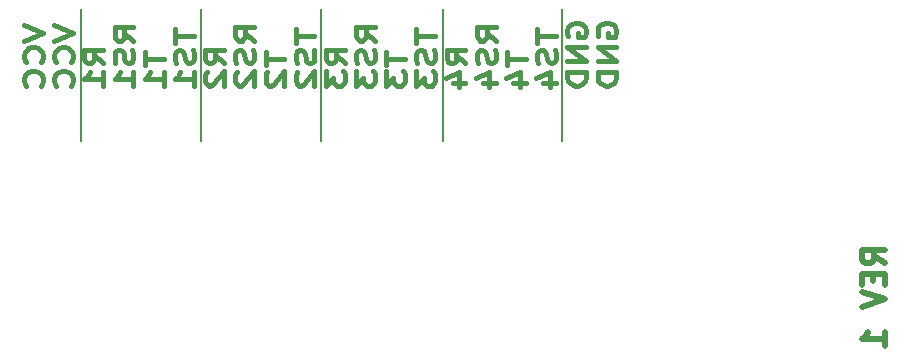
<source format=gbo>
%TF.GenerationSoftware,KiCad,Pcbnew,(6.0.1)*%
%TF.CreationDate,2022-10-05T11:56:28-04:00*%
%TF.ProjectId,MOD-SCF-JACKS,4d4f442d-5343-4462-9d4a-41434b532e6b,rev?*%
%TF.SameCoordinates,Original*%
%TF.FileFunction,Legend,Bot*%
%TF.FilePolarity,Positive*%
%FSLAX46Y46*%
G04 Gerber Fmt 4.6, Leading zero omitted, Abs format (unit mm)*
G04 Created by KiCad (PCBNEW (6.0.1)) date 2022-10-05 11:56:28*
%MOMM*%
%LPD*%
G01*
G04 APERTURE LIST*
%ADD10C,0.150000*%
%ADD11C,0.396875*%
%ADD12C,0.500000*%
G04 APERTURE END LIST*
D10*
X160324800Y-41046400D02*
X160324800Y-52222400D01*
X150266400Y-41046400D02*
X150266400Y-52222400D01*
X139954000Y-41046400D02*
X139954000Y-52222400D01*
X129794000Y-40995600D02*
X129794000Y-52171600D01*
X119634000Y-40995600D02*
X119634000Y-52171600D01*
D11*
X114803842Y-42351221D02*
X116391342Y-43017888D01*
X114803842Y-43684555D01*
X116240152Y-45494078D02*
X116315747Y-45398840D01*
X116391342Y-45113126D01*
X116391342Y-44922650D01*
X116315747Y-44636936D01*
X116164557Y-44446459D01*
X116013366Y-44351221D01*
X115710985Y-44255983D01*
X115484199Y-44255983D01*
X115181818Y-44351221D01*
X115030628Y-44446459D01*
X114879438Y-44636936D01*
X114803842Y-44922650D01*
X114803842Y-45113126D01*
X114879438Y-45398840D01*
X114955033Y-45494078D01*
X116240152Y-47494078D02*
X116315747Y-47398840D01*
X116391342Y-47113126D01*
X116391342Y-46922650D01*
X116315747Y-46636936D01*
X116164557Y-46446459D01*
X116013366Y-46351221D01*
X115710985Y-46255983D01*
X115484199Y-46255983D01*
X115181818Y-46351221D01*
X115030628Y-46446459D01*
X114879438Y-46636936D01*
X114803842Y-46922650D01*
X114803842Y-47113126D01*
X114879438Y-47398840D01*
X114955033Y-47494078D01*
X117359717Y-42351221D02*
X118947217Y-43017888D01*
X117359717Y-43684555D01*
X118796027Y-45494078D02*
X118871622Y-45398840D01*
X118947217Y-45113126D01*
X118947217Y-44922650D01*
X118871622Y-44636936D01*
X118720432Y-44446459D01*
X118569241Y-44351221D01*
X118266860Y-44255983D01*
X118040074Y-44255983D01*
X117737693Y-44351221D01*
X117586503Y-44446459D01*
X117435313Y-44636936D01*
X117359717Y-44922650D01*
X117359717Y-45113126D01*
X117435313Y-45398840D01*
X117510908Y-45494078D01*
X118796027Y-47494078D02*
X118871622Y-47398840D01*
X118947217Y-47113126D01*
X118947217Y-46922650D01*
X118871622Y-46636936D01*
X118720432Y-46446459D01*
X118569241Y-46351221D01*
X118266860Y-46255983D01*
X118040074Y-46255983D01*
X117737693Y-46351221D01*
X117586503Y-46446459D01*
X117435313Y-46636936D01*
X117359717Y-46922650D01*
X117359717Y-47113126D01*
X117435313Y-47398840D01*
X117510908Y-47494078D01*
X121503092Y-45589316D02*
X120747140Y-44922650D01*
X121503092Y-44446459D02*
X119915592Y-44446459D01*
X119915592Y-45208364D01*
X119991188Y-45398840D01*
X120066783Y-45494078D01*
X120217973Y-45589316D01*
X120444759Y-45589316D01*
X120595949Y-45494078D01*
X120671545Y-45398840D01*
X120747140Y-45208364D01*
X120747140Y-44446459D01*
X121503092Y-47494078D02*
X121503092Y-46351221D01*
X121503092Y-46922650D02*
X119915592Y-46922650D01*
X120142378Y-46732174D01*
X120293568Y-46541697D01*
X120369164Y-46351221D01*
X124058967Y-43684555D02*
X123303015Y-43017888D01*
X124058967Y-42541697D02*
X122471467Y-42541697D01*
X122471467Y-43303602D01*
X122547063Y-43494078D01*
X122622658Y-43589316D01*
X122773848Y-43684555D01*
X123000634Y-43684555D01*
X123151824Y-43589316D01*
X123227420Y-43494078D01*
X123303015Y-43303602D01*
X123303015Y-42541697D01*
X123983372Y-44446459D02*
X124058967Y-44732174D01*
X124058967Y-45208364D01*
X123983372Y-45398840D01*
X123907777Y-45494078D01*
X123756586Y-45589316D01*
X123605396Y-45589316D01*
X123454205Y-45494078D01*
X123378610Y-45398840D01*
X123303015Y-45208364D01*
X123227420Y-44827412D01*
X123151824Y-44636936D01*
X123076229Y-44541697D01*
X122925039Y-44446459D01*
X122773848Y-44446459D01*
X122622658Y-44541697D01*
X122547063Y-44636936D01*
X122471467Y-44827412D01*
X122471467Y-45303602D01*
X122547063Y-45589316D01*
X124058967Y-47494078D02*
X124058967Y-46351221D01*
X124058967Y-46922650D02*
X122471467Y-46922650D01*
X122698253Y-46732174D01*
X122849443Y-46541697D01*
X122925039Y-46351221D01*
X125027342Y-44636936D02*
X125027342Y-45779793D01*
X126614842Y-45208364D02*
X125027342Y-45208364D01*
X126614842Y-47494078D02*
X126614842Y-46351221D01*
X126614842Y-46922650D02*
X125027342Y-46922650D01*
X125254128Y-46732174D01*
X125405318Y-46541697D01*
X125480914Y-46351221D01*
X127583217Y-42732174D02*
X127583217Y-43875031D01*
X129170717Y-43303602D02*
X127583217Y-43303602D01*
X129095122Y-44446459D02*
X129170717Y-44732174D01*
X129170717Y-45208364D01*
X129095122Y-45398840D01*
X129019527Y-45494078D01*
X128868336Y-45589316D01*
X128717146Y-45589316D01*
X128565955Y-45494078D01*
X128490360Y-45398840D01*
X128414765Y-45208364D01*
X128339170Y-44827412D01*
X128263574Y-44636936D01*
X128187979Y-44541697D01*
X128036789Y-44446459D01*
X127885598Y-44446459D01*
X127734408Y-44541697D01*
X127658813Y-44636936D01*
X127583217Y-44827412D01*
X127583217Y-45303602D01*
X127658813Y-45589316D01*
X129170717Y-47494078D02*
X129170717Y-46351221D01*
X129170717Y-46922650D02*
X127583217Y-46922650D01*
X127810003Y-46732174D01*
X127961193Y-46541697D01*
X128036789Y-46351221D01*
X131726592Y-45589316D02*
X130970640Y-44922650D01*
X131726592Y-44446459D02*
X130139092Y-44446459D01*
X130139092Y-45208364D01*
X130214688Y-45398840D01*
X130290283Y-45494078D01*
X130441473Y-45589316D01*
X130668259Y-45589316D01*
X130819449Y-45494078D01*
X130895045Y-45398840D01*
X130970640Y-45208364D01*
X130970640Y-44446459D01*
X130290283Y-46351221D02*
X130214688Y-46446459D01*
X130139092Y-46636936D01*
X130139092Y-47113126D01*
X130214688Y-47303602D01*
X130290283Y-47398840D01*
X130441473Y-47494078D01*
X130592664Y-47494078D01*
X130819449Y-47398840D01*
X131726592Y-46255983D01*
X131726592Y-47494078D01*
X134282467Y-43684555D02*
X133526515Y-43017888D01*
X134282467Y-42541697D02*
X132694967Y-42541697D01*
X132694967Y-43303602D01*
X132770563Y-43494078D01*
X132846158Y-43589316D01*
X132997348Y-43684555D01*
X133224134Y-43684555D01*
X133375324Y-43589316D01*
X133450920Y-43494078D01*
X133526515Y-43303602D01*
X133526515Y-42541697D01*
X134206872Y-44446459D02*
X134282467Y-44732174D01*
X134282467Y-45208364D01*
X134206872Y-45398840D01*
X134131277Y-45494078D01*
X133980086Y-45589316D01*
X133828896Y-45589316D01*
X133677705Y-45494078D01*
X133602110Y-45398840D01*
X133526515Y-45208364D01*
X133450920Y-44827412D01*
X133375324Y-44636936D01*
X133299729Y-44541697D01*
X133148539Y-44446459D01*
X132997348Y-44446459D01*
X132846158Y-44541697D01*
X132770563Y-44636936D01*
X132694967Y-44827412D01*
X132694967Y-45303602D01*
X132770563Y-45589316D01*
X132846158Y-46351221D02*
X132770563Y-46446459D01*
X132694967Y-46636936D01*
X132694967Y-47113126D01*
X132770563Y-47303602D01*
X132846158Y-47398840D01*
X132997348Y-47494078D01*
X133148539Y-47494078D01*
X133375324Y-47398840D01*
X134282467Y-46255983D01*
X134282467Y-47494078D01*
X135250842Y-44636936D02*
X135250842Y-45779793D01*
X136838342Y-45208364D02*
X135250842Y-45208364D01*
X135402033Y-46351221D02*
X135326438Y-46446459D01*
X135250842Y-46636936D01*
X135250842Y-47113126D01*
X135326438Y-47303602D01*
X135402033Y-47398840D01*
X135553223Y-47494078D01*
X135704414Y-47494078D01*
X135931199Y-47398840D01*
X136838342Y-46255983D01*
X136838342Y-47494078D01*
X137806717Y-42732174D02*
X137806717Y-43875031D01*
X139394217Y-43303602D02*
X137806717Y-43303602D01*
X139318622Y-44446459D02*
X139394217Y-44732174D01*
X139394217Y-45208364D01*
X139318622Y-45398840D01*
X139243027Y-45494078D01*
X139091836Y-45589316D01*
X138940646Y-45589316D01*
X138789455Y-45494078D01*
X138713860Y-45398840D01*
X138638265Y-45208364D01*
X138562670Y-44827412D01*
X138487074Y-44636936D01*
X138411479Y-44541697D01*
X138260289Y-44446459D01*
X138109098Y-44446459D01*
X137957908Y-44541697D01*
X137882313Y-44636936D01*
X137806717Y-44827412D01*
X137806717Y-45303602D01*
X137882313Y-45589316D01*
X137957908Y-46351221D02*
X137882313Y-46446459D01*
X137806717Y-46636936D01*
X137806717Y-47113126D01*
X137882313Y-47303602D01*
X137957908Y-47398840D01*
X138109098Y-47494078D01*
X138260289Y-47494078D01*
X138487074Y-47398840D01*
X139394217Y-46255983D01*
X139394217Y-47494078D01*
X141950092Y-45589316D02*
X141194140Y-44922650D01*
X141950092Y-44446459D02*
X140362592Y-44446459D01*
X140362592Y-45208364D01*
X140438188Y-45398840D01*
X140513783Y-45494078D01*
X140664973Y-45589316D01*
X140891759Y-45589316D01*
X141042949Y-45494078D01*
X141118545Y-45398840D01*
X141194140Y-45208364D01*
X141194140Y-44446459D01*
X140362592Y-46255983D02*
X140362592Y-47494078D01*
X140967354Y-46827412D01*
X140967354Y-47113126D01*
X141042949Y-47303602D01*
X141118545Y-47398840D01*
X141269735Y-47494078D01*
X141647711Y-47494078D01*
X141798902Y-47398840D01*
X141874497Y-47303602D01*
X141950092Y-47113126D01*
X141950092Y-46541697D01*
X141874497Y-46351221D01*
X141798902Y-46255983D01*
X144505967Y-43684555D02*
X143750015Y-43017888D01*
X144505967Y-42541697D02*
X142918467Y-42541697D01*
X142918467Y-43303602D01*
X142994063Y-43494078D01*
X143069658Y-43589316D01*
X143220848Y-43684555D01*
X143447634Y-43684555D01*
X143598824Y-43589316D01*
X143674420Y-43494078D01*
X143750015Y-43303602D01*
X143750015Y-42541697D01*
X144430372Y-44446459D02*
X144505967Y-44732174D01*
X144505967Y-45208364D01*
X144430372Y-45398840D01*
X144354777Y-45494078D01*
X144203586Y-45589316D01*
X144052396Y-45589316D01*
X143901205Y-45494078D01*
X143825610Y-45398840D01*
X143750015Y-45208364D01*
X143674420Y-44827412D01*
X143598824Y-44636936D01*
X143523229Y-44541697D01*
X143372039Y-44446459D01*
X143220848Y-44446459D01*
X143069658Y-44541697D01*
X142994063Y-44636936D01*
X142918467Y-44827412D01*
X142918467Y-45303602D01*
X142994063Y-45589316D01*
X142918467Y-46255983D02*
X142918467Y-47494078D01*
X143523229Y-46827412D01*
X143523229Y-47113126D01*
X143598824Y-47303602D01*
X143674420Y-47398840D01*
X143825610Y-47494078D01*
X144203586Y-47494078D01*
X144354777Y-47398840D01*
X144430372Y-47303602D01*
X144505967Y-47113126D01*
X144505967Y-46541697D01*
X144430372Y-46351221D01*
X144354777Y-46255983D01*
X145474342Y-44636936D02*
X145474342Y-45779793D01*
X147061842Y-45208364D02*
X145474342Y-45208364D01*
X145474342Y-46255983D02*
X145474342Y-47494078D01*
X146079104Y-46827412D01*
X146079104Y-47113126D01*
X146154699Y-47303602D01*
X146230295Y-47398840D01*
X146381485Y-47494078D01*
X146759461Y-47494078D01*
X146910652Y-47398840D01*
X146986247Y-47303602D01*
X147061842Y-47113126D01*
X147061842Y-46541697D01*
X146986247Y-46351221D01*
X146910652Y-46255983D01*
X148030217Y-42732174D02*
X148030217Y-43875031D01*
X149617717Y-43303602D02*
X148030217Y-43303602D01*
X149542122Y-44446459D02*
X149617717Y-44732174D01*
X149617717Y-45208364D01*
X149542122Y-45398840D01*
X149466527Y-45494078D01*
X149315336Y-45589316D01*
X149164146Y-45589316D01*
X149012955Y-45494078D01*
X148937360Y-45398840D01*
X148861765Y-45208364D01*
X148786170Y-44827412D01*
X148710574Y-44636936D01*
X148634979Y-44541697D01*
X148483789Y-44446459D01*
X148332598Y-44446459D01*
X148181408Y-44541697D01*
X148105813Y-44636936D01*
X148030217Y-44827412D01*
X148030217Y-45303602D01*
X148105813Y-45589316D01*
X148030217Y-46255983D02*
X148030217Y-47494078D01*
X148634979Y-46827412D01*
X148634979Y-47113126D01*
X148710574Y-47303602D01*
X148786170Y-47398840D01*
X148937360Y-47494078D01*
X149315336Y-47494078D01*
X149466527Y-47398840D01*
X149542122Y-47303602D01*
X149617717Y-47113126D01*
X149617717Y-46541697D01*
X149542122Y-46351221D01*
X149466527Y-46255983D01*
X152173592Y-45589316D02*
X151417640Y-44922650D01*
X152173592Y-44446459D02*
X150586092Y-44446459D01*
X150586092Y-45208364D01*
X150661688Y-45398840D01*
X150737283Y-45494078D01*
X150888473Y-45589316D01*
X151115259Y-45589316D01*
X151266449Y-45494078D01*
X151342045Y-45398840D01*
X151417640Y-45208364D01*
X151417640Y-44446459D01*
X151115259Y-47303602D02*
X152173592Y-47303602D01*
X150510497Y-46827412D02*
X151644426Y-46351221D01*
X151644426Y-47589316D01*
X154729467Y-43684555D02*
X153973515Y-43017888D01*
X154729467Y-42541697D02*
X153141967Y-42541697D01*
X153141967Y-43303602D01*
X153217563Y-43494078D01*
X153293158Y-43589316D01*
X153444348Y-43684555D01*
X153671134Y-43684555D01*
X153822324Y-43589316D01*
X153897920Y-43494078D01*
X153973515Y-43303602D01*
X153973515Y-42541697D01*
X154653872Y-44446459D02*
X154729467Y-44732174D01*
X154729467Y-45208364D01*
X154653872Y-45398840D01*
X154578277Y-45494078D01*
X154427086Y-45589316D01*
X154275896Y-45589316D01*
X154124705Y-45494078D01*
X154049110Y-45398840D01*
X153973515Y-45208364D01*
X153897920Y-44827412D01*
X153822324Y-44636936D01*
X153746729Y-44541697D01*
X153595539Y-44446459D01*
X153444348Y-44446459D01*
X153293158Y-44541697D01*
X153217563Y-44636936D01*
X153141967Y-44827412D01*
X153141967Y-45303602D01*
X153217563Y-45589316D01*
X153671134Y-47303602D02*
X154729467Y-47303602D01*
X153066372Y-46827412D02*
X154200301Y-46351221D01*
X154200301Y-47589316D01*
X155697842Y-44636936D02*
X155697842Y-45779793D01*
X157285342Y-45208364D02*
X155697842Y-45208364D01*
X156227009Y-47303602D02*
X157285342Y-47303602D01*
X155622247Y-46827412D02*
X156756176Y-46351221D01*
X156756176Y-47589316D01*
X158253717Y-42732174D02*
X158253717Y-43875031D01*
X159841217Y-43303602D02*
X158253717Y-43303602D01*
X159765622Y-44446459D02*
X159841217Y-44732174D01*
X159841217Y-45208364D01*
X159765622Y-45398840D01*
X159690027Y-45494078D01*
X159538836Y-45589316D01*
X159387646Y-45589316D01*
X159236455Y-45494078D01*
X159160860Y-45398840D01*
X159085265Y-45208364D01*
X159009670Y-44827412D01*
X158934074Y-44636936D01*
X158858479Y-44541697D01*
X158707289Y-44446459D01*
X158556098Y-44446459D01*
X158404908Y-44541697D01*
X158329313Y-44636936D01*
X158253717Y-44827412D01*
X158253717Y-45303602D01*
X158329313Y-45589316D01*
X158782884Y-47303602D02*
X159841217Y-47303602D01*
X158178122Y-46827412D02*
X159312051Y-46351221D01*
X159312051Y-47589316D01*
X160885188Y-43303602D02*
X160809592Y-43113126D01*
X160809592Y-42827412D01*
X160885188Y-42541697D01*
X161036378Y-42351221D01*
X161187568Y-42255983D01*
X161489949Y-42160745D01*
X161716735Y-42160745D01*
X162019116Y-42255983D01*
X162170307Y-42351221D01*
X162321497Y-42541697D01*
X162397092Y-42827412D01*
X162397092Y-43017888D01*
X162321497Y-43303602D01*
X162245902Y-43398840D01*
X161716735Y-43398840D01*
X161716735Y-43017888D01*
X162397092Y-44255983D02*
X160809592Y-44255983D01*
X162397092Y-45398840D01*
X160809592Y-45398840D01*
X162397092Y-46351221D02*
X160809592Y-46351221D01*
X160809592Y-46827412D01*
X160885188Y-47113126D01*
X161036378Y-47303602D01*
X161187568Y-47398840D01*
X161489949Y-47494078D01*
X161716735Y-47494078D01*
X162019116Y-47398840D01*
X162170307Y-47303602D01*
X162321497Y-47113126D01*
X162397092Y-46827412D01*
X162397092Y-46351221D01*
X163441063Y-43303602D02*
X163365467Y-43113126D01*
X163365467Y-42827412D01*
X163441063Y-42541697D01*
X163592253Y-42351221D01*
X163743443Y-42255983D01*
X164045824Y-42160745D01*
X164272610Y-42160745D01*
X164574991Y-42255983D01*
X164726182Y-42351221D01*
X164877372Y-42541697D01*
X164952967Y-42827412D01*
X164952967Y-43017888D01*
X164877372Y-43303602D01*
X164801777Y-43398840D01*
X164272610Y-43398840D01*
X164272610Y-43017888D01*
X164952967Y-44255983D02*
X163365467Y-44255983D01*
X164952967Y-45398840D01*
X163365467Y-45398840D01*
X164952967Y-46351221D02*
X163365467Y-46351221D01*
X163365467Y-46827412D01*
X163441063Y-47113126D01*
X163592253Y-47303602D01*
X163743443Y-47398840D01*
X164045824Y-47494078D01*
X164272610Y-47494078D01*
X164574991Y-47398840D01*
X164726182Y-47303602D01*
X164877372Y-47113126D01*
X164952967Y-46827412D01*
X164952967Y-46351221D01*
D12*
X187721761Y-62547857D02*
X186769380Y-61881190D01*
X187721761Y-61405000D02*
X185721761Y-61405000D01*
X185721761Y-62166904D01*
X185817000Y-62357380D01*
X185912238Y-62452619D01*
X186102714Y-62547857D01*
X186388428Y-62547857D01*
X186578904Y-62452619D01*
X186674142Y-62357380D01*
X186769380Y-62166904D01*
X186769380Y-61405000D01*
X186674142Y-63405000D02*
X186674142Y-64071666D01*
X187721761Y-64357380D02*
X187721761Y-63405000D01*
X185721761Y-63405000D01*
X185721761Y-64357380D01*
X185721761Y-64928809D02*
X187721761Y-65595476D01*
X185721761Y-66262142D01*
X187721761Y-69500238D02*
X187721761Y-68357380D01*
X187721761Y-68928809D02*
X185721761Y-68928809D01*
X186007476Y-68738333D01*
X186197952Y-68547857D01*
X186293190Y-68357380D01*
M02*

</source>
